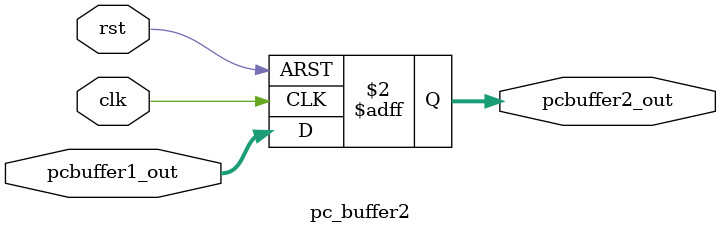
<source format=sv>
module pc_buffer2
(
    input  logic        clk,
    input  logic        rst,
    input  logic [31:0] pcbuffer1_out,
    output logic [31:0] pcbuffer2_out
);
    always_ff @(posedge clk or posedge rst)
    begin
        if (rst)
            pcbuffer2_out <= 32'b0;
        else
            pcbuffer2_out <= pcbuffer1_out;
    end
endmodule
</source>
